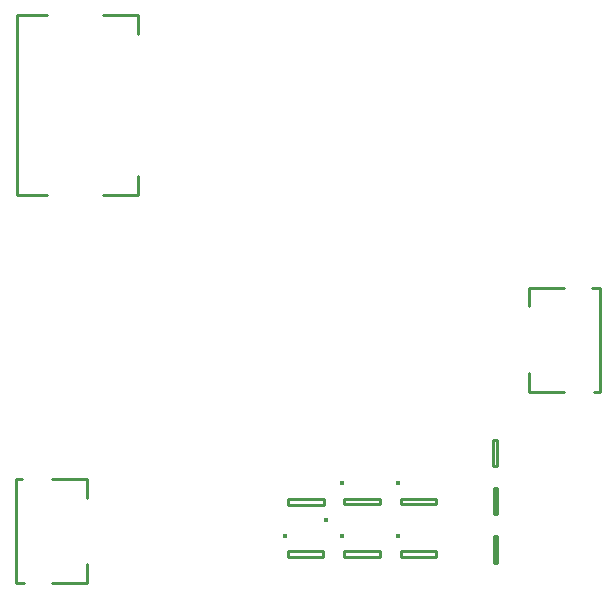
<source format=gbo>
G04 DipTrace 3.0.0.2*
G04 BottomSilk.gbr*
%MOIN*%
G04 #@! TF.FileFunction,Legend,Bot*
G04 #@! TF.Part,Single*
%ADD10C,0.009843*%
%ADD32C,0.015404*%
%FSLAX26Y26*%
G04*
G70*
G90*
G75*
G01*
G04 BotSilk*
%LPD*%
X434498Y1826396D2*
D10*
X534488D1*
X434498D2*
Y2426402D1*
X534488D1*
X718490D2*
X836472D1*
X718490Y1826396D2*
X836472D1*
X837233D2*
Y1889397D1*
Y2363401D2*
Y2426402D1*
D32*
X1464351Y742069D3*
X1455151Y792211D2*
D10*
X1337046D1*
Y811897D1*
X1455151D1*
Y792211D1*
D32*
X1702653Y690238D3*
X1711854Y640096D2*
D10*
X1829959D1*
Y620411D1*
X1711854D1*
Y640096D1*
D32*
X1702653Y865238D3*
X1711854Y815096D2*
D10*
X1829959D1*
Y795411D1*
X1711854D1*
Y815096D1*
D32*
X1515153Y690238D3*
X1524354Y640096D2*
D10*
X1642459D1*
Y620411D1*
X1524354D1*
Y640096D1*
D32*
X1327653Y690238D3*
X1336854Y640096D2*
D10*
X1454959D1*
Y620411D1*
X1336854D1*
Y640096D1*
D32*
X1515153Y865238D3*
X1524354Y815096D2*
D10*
X1642459D1*
Y795411D1*
X1524354D1*
Y815096D1*
X2022255Y689279D2*
X2034750D1*
Y601779D1*
X2022255D1*
Y689279D1*
X2033250Y924279D2*
X2020755D1*
Y1011779D1*
X2033250D1*
Y924279D1*
X2022255Y851779D2*
X2034750D1*
Y764279D1*
X2022255D1*
Y851779D1*
X2351143Y1518282D2*
X2376147D1*
Y1170277D1*
X2357148D1*
X2257133D2*
X2139155D1*
X2257133Y1518282D2*
X2139155D1*
X2138398D2*
Y1455293D1*
Y1233266D2*
Y1170277D1*
X455484Y532705D2*
X430480D1*
Y880710D1*
X449479D1*
X549493D2*
X667472D1*
X549493Y532705D2*
X667472D1*
X668229D2*
Y595694D1*
Y817721D2*
Y880710D1*
M02*

</source>
